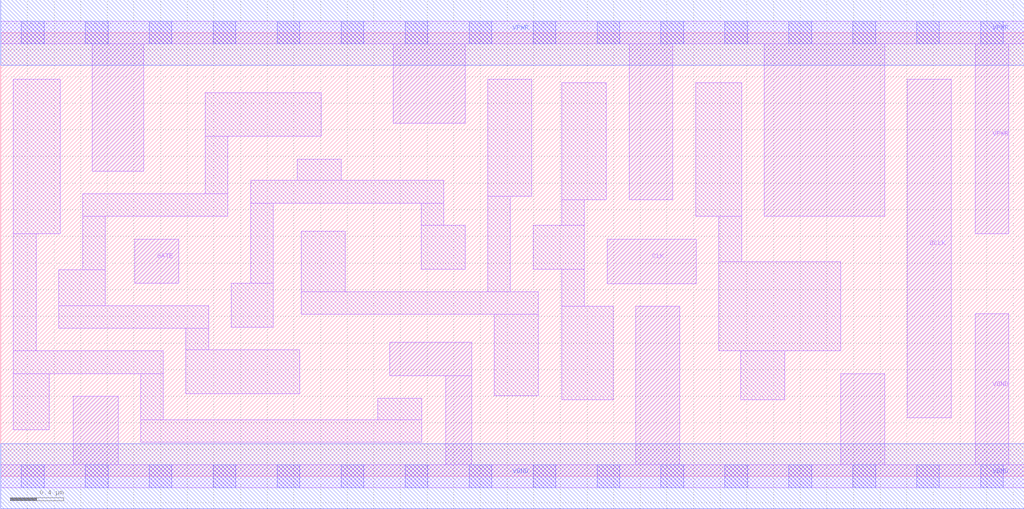
<source format=lef>
# Copyright 2020 The SkyWater PDK Authors
#
# Licensed under the Apache License, Version 2.0 (the "License");
# you may not use this file except in compliance with the License.
# You may obtain a copy of the License at
#
#     https://www.apache.org/licenses/LICENSE-2.0
#
# Unless required by applicable law or agreed to in writing, software
# distributed under the License is distributed on an "AS IS" BASIS,
# WITHOUT WARRANTIES OR CONDITIONS OF ANY KIND, either express or implied.
# See the License for the specific language governing permissions and
# limitations under the License.
#
# SPDX-License-Identifier: Apache-2.0

VERSION 5.7 ;
  NAMESCASESENSITIVE ON ;
  NOWIREEXTENSIONATPIN ON ;
  DIVIDERCHAR "/" ;
  BUSBITCHARS "[]" ;
UNITS
  DATABASE MICRONS 200 ;
END UNITS
MACRO sky130_fd_sc_ms__dlclkp_2
  CLASS CORE ;
  SOURCE USER ;
  FOREIGN sky130_fd_sc_ms__dlclkp_2 ;
  ORIGIN  0.000000  0.000000 ;
  SIZE  7.680000 BY  3.330000 ;
  SYMMETRY X Y ;
  SITE unit ;
  PIN GATE
    ANTENNAGATEAREA  0.276000 ;
    DIRECTION INPUT ;
    USE SIGNAL ;
    PORT
      LAYER li1 ;
        RECT 1.005000 1.450000 1.335000 1.780000 ;
    END
  END GATE
  PIN GCLK
    ANTENNADIFFAREA  0.509600 ;
    DIRECTION OUTPUT ;
    USE SIGNAL ;
    PORT
      LAYER li1 ;
        RECT 6.805000 0.440000 7.135000 2.980000 ;
    END
  END GCLK
  PIN CLK
    ANTENNAGATEAREA  0.553200 ;
    DIRECTION INPUT ;
    USE CLOCK ;
    PORT
      LAYER li1 ;
        RECT 4.550000 1.445000 5.220000 1.780000 ;
    END
  END CLK
  PIN VGND
    DIRECTION INOUT ;
    USE GROUND ;
    PORT
      LAYER li1 ;
        RECT 0.000000 -0.085000 7.680000 0.085000 ;
        RECT 0.545000  0.085000 0.880000 0.600000 ;
        RECT 2.920000  0.755000 3.535000 1.005000 ;
        RECT 3.340000  0.085000 3.535000 0.755000 ;
        RECT 4.765000  0.085000 5.095000 1.275000 ;
        RECT 6.305000  0.085000 6.635000 0.770000 ;
        RECT 7.315000  0.085000 7.565000 1.220000 ;
      LAYER mcon ;
        RECT 0.155000 -0.085000 0.325000 0.085000 ;
        RECT 0.635000 -0.085000 0.805000 0.085000 ;
        RECT 1.115000 -0.085000 1.285000 0.085000 ;
        RECT 1.595000 -0.085000 1.765000 0.085000 ;
        RECT 2.075000 -0.085000 2.245000 0.085000 ;
        RECT 2.555000 -0.085000 2.725000 0.085000 ;
        RECT 3.035000 -0.085000 3.205000 0.085000 ;
        RECT 3.515000 -0.085000 3.685000 0.085000 ;
        RECT 3.995000 -0.085000 4.165000 0.085000 ;
        RECT 4.475000 -0.085000 4.645000 0.085000 ;
        RECT 4.955000 -0.085000 5.125000 0.085000 ;
        RECT 5.435000 -0.085000 5.605000 0.085000 ;
        RECT 5.915000 -0.085000 6.085000 0.085000 ;
        RECT 6.395000 -0.085000 6.565000 0.085000 ;
        RECT 6.875000 -0.085000 7.045000 0.085000 ;
        RECT 7.355000 -0.085000 7.525000 0.085000 ;
      LAYER met1 ;
        RECT 0.000000 -0.245000 7.680000 0.245000 ;
    END
  END VGND
  PIN VPWR
    DIRECTION INOUT ;
    USE POWER ;
    PORT
      LAYER li1 ;
        RECT 0.000000 3.245000 7.680000 3.415000 ;
        RECT 0.685000 2.290000 1.075000 3.245000 ;
        RECT 2.945000 2.650000 3.485000 3.245000 ;
        RECT 4.715000 2.075000 5.045000 3.245000 ;
        RECT 5.730000 1.950000 6.635000 3.245000 ;
        RECT 7.315000 1.820000 7.565000 3.245000 ;
      LAYER mcon ;
        RECT 0.155000 3.245000 0.325000 3.415000 ;
        RECT 0.635000 3.245000 0.805000 3.415000 ;
        RECT 1.115000 3.245000 1.285000 3.415000 ;
        RECT 1.595000 3.245000 1.765000 3.415000 ;
        RECT 2.075000 3.245000 2.245000 3.415000 ;
        RECT 2.555000 3.245000 2.725000 3.415000 ;
        RECT 3.035000 3.245000 3.205000 3.415000 ;
        RECT 3.515000 3.245000 3.685000 3.415000 ;
        RECT 3.995000 3.245000 4.165000 3.415000 ;
        RECT 4.475000 3.245000 4.645000 3.415000 ;
        RECT 4.955000 3.245000 5.125000 3.415000 ;
        RECT 5.435000 3.245000 5.605000 3.415000 ;
        RECT 5.915000 3.245000 6.085000 3.415000 ;
        RECT 6.395000 3.245000 6.565000 3.415000 ;
        RECT 6.875000 3.245000 7.045000 3.415000 ;
        RECT 7.355000 3.245000 7.525000 3.415000 ;
      LAYER met1 ;
        RECT 0.000000 3.085000 7.680000 3.575000 ;
    END
  END VPWR
  OBS
    LAYER li1 ;
      RECT 0.095000 0.350000 0.365000 0.770000 ;
      RECT 0.095000 0.770000 1.220000 0.940000 ;
      RECT 0.095000 0.940000 0.265000 1.820000 ;
      RECT 0.095000 1.820000 0.445000 2.980000 ;
      RECT 0.435000 1.110000 1.560000 1.280000 ;
      RECT 0.435000 1.280000 0.785000 1.550000 ;
      RECT 0.615000 1.550000 0.785000 1.950000 ;
      RECT 0.615000 1.950000 1.705000 2.120000 ;
      RECT 1.050000 0.255000 3.160000 0.425000 ;
      RECT 1.050000 0.425000 1.220000 0.770000 ;
      RECT 1.390000 0.620000 2.245000 0.950000 ;
      RECT 1.390000 0.950000 1.560000 1.110000 ;
      RECT 1.535000 2.120000 1.705000 2.550000 ;
      RECT 1.535000 2.550000 2.405000 2.880000 ;
      RECT 1.730000 1.120000 2.045000 1.450000 ;
      RECT 1.875000 1.450000 2.045000 2.050000 ;
      RECT 1.875000 2.050000 3.325000 2.220000 ;
      RECT 2.225000 2.220000 2.555000 2.380000 ;
      RECT 2.255000 1.215000 4.035000 1.385000 ;
      RECT 2.255000 1.385000 2.585000 1.840000 ;
      RECT 2.830000 0.425000 3.160000 0.585000 ;
      RECT 3.155000 1.555000 3.485000 1.885000 ;
      RECT 3.155000 1.885000 3.325000 2.050000 ;
      RECT 3.655000 1.385000 3.825000 2.100000 ;
      RECT 3.655000 2.100000 3.985000 2.980000 ;
      RECT 3.705000 0.605000 4.035000 1.215000 ;
      RECT 3.995000 1.555000 4.380000 1.885000 ;
      RECT 4.210000 0.575000 4.595000 1.275000 ;
      RECT 4.210000 1.275000 4.380000 1.555000 ;
      RECT 4.210000 1.885000 4.380000 2.075000 ;
      RECT 4.210000 2.075000 4.545000 2.955000 ;
      RECT 5.215000 1.950000 5.560000 2.955000 ;
      RECT 5.390000 0.940000 6.305000 1.610000 ;
      RECT 5.390000 1.610000 5.560000 1.950000 ;
      RECT 5.555000 0.575000 5.885000 0.940000 ;
  END
END sky130_fd_sc_ms__dlclkp_2

</source>
